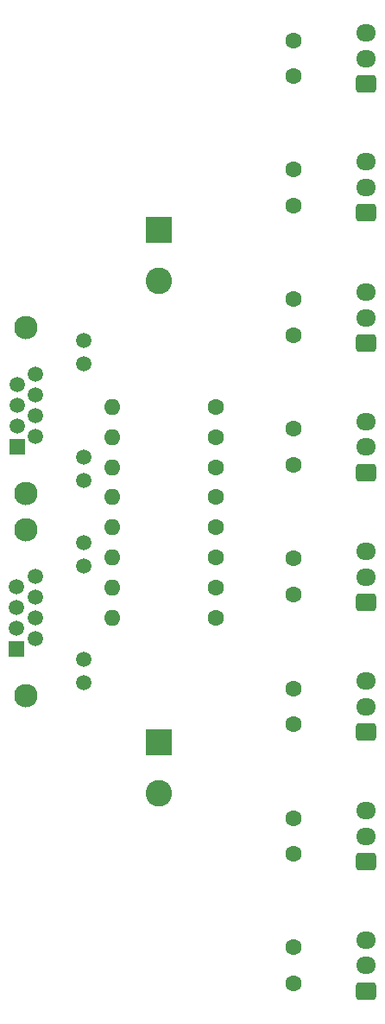
<source format=gbr>
%TF.GenerationSoftware,KiCad,Pcbnew,7.0.2*%
%TF.CreationDate,2023-05-20T11:27:23+02:00*%
%TF.ProjectId,octostrip,6f63746f-7374-4726-9970-2e6b69636164,rev?*%
%TF.SameCoordinates,Original*%
%TF.FileFunction,Copper,L2,Bot*%
%TF.FilePolarity,Positive*%
%FSLAX46Y46*%
G04 Gerber Fmt 4.6, Leading zero omitted, Abs format (unit mm)*
G04 Created by KiCad (PCBNEW 7.0.2) date 2023-05-20 11:27:23*
%MOMM*%
%LPD*%
G01*
G04 APERTURE LIST*
G04 Aperture macros list*
%AMRoundRect*
0 Rectangle with rounded corners*
0 $1 Rounding radius*
0 $2 $3 $4 $5 $6 $7 $8 $9 X,Y pos of 4 corners*
0 Add a 4 corners polygon primitive as box body*
4,1,4,$2,$3,$4,$5,$6,$7,$8,$9,$2,$3,0*
0 Add four circle primitives for the rounded corners*
1,1,$1+$1,$2,$3*
1,1,$1+$1,$4,$5*
1,1,$1+$1,$6,$7*
1,1,$1+$1,$8,$9*
0 Add four rect primitives between the rounded corners*
20,1,$1+$1,$2,$3,$4,$5,0*
20,1,$1+$1,$4,$5,$6,$7,0*
20,1,$1+$1,$6,$7,$8,$9,0*
20,1,$1+$1,$8,$9,$2,$3,0*%
G04 Aperture macros list end*
%TA.AperFunction,ComponentPad*%
%ADD10R,2.600000X2.600000*%
%TD*%
%TA.AperFunction,ComponentPad*%
%ADD11C,2.600000*%
%TD*%
%TA.AperFunction,ComponentPad*%
%ADD12R,1.500000X1.500000*%
%TD*%
%TA.AperFunction,ComponentPad*%
%ADD13C,1.500000*%
%TD*%
%TA.AperFunction,ComponentPad*%
%ADD14C,2.300000*%
%TD*%
%TA.AperFunction,ComponentPad*%
%ADD15C,1.600000*%
%TD*%
%TA.AperFunction,ComponentPad*%
%ADD16O,1.600000X1.600000*%
%TD*%
%TA.AperFunction,ComponentPad*%
%ADD17RoundRect,0.250000X0.725000X-0.600000X0.725000X0.600000X-0.725000X0.600000X-0.725000X-0.600000X0*%
%TD*%
%TA.AperFunction,ComponentPad*%
%ADD18O,1.950000X1.700000*%
%TD*%
G04 APERTURE END LIST*
D10*
%TO.P,Power1,1,Pin_1*%
%TO.N,GND*%
X77208000Y-73954000D03*
D11*
%TO.P,Power1,2,Pin_2*%
%TO.N,unconnected-(Power1-Pin_2-Pad2)*%
X77208000Y-78954000D03*
%TD*%
D12*
%TO.P,RJ2,1*%
%TO.N,GND*%
X63248000Y-115060000D03*
D13*
%TO.P,RJ2,2*%
%TO.N,Net-(R8-Pad2)*%
X65028000Y-114044000D03*
%TO.P,RJ2,3*%
%TO.N,GND*%
X63248000Y-113028000D03*
%TO.P,RJ2,4*%
%TO.N,Net-(R7-Pad2)*%
X65028000Y-112012000D03*
%TO.P,RJ2,5*%
%TO.N,GND*%
X63248000Y-110996000D03*
%TO.P,RJ2,6*%
%TO.N,Net-(R6-Pad2)*%
X65028000Y-109980000D03*
%TO.P,RJ2,7*%
%TO.N,GND*%
X63248000Y-108964000D03*
%TO.P,RJ2,8*%
%TO.N,Net-(R5-Pad2)*%
X65028000Y-107948000D03*
%TO.P,RJ2,9*%
%TO.N,N/C*%
X69848000Y-118360000D03*
%TO.P,RJ2,10*%
X69848000Y-116070000D03*
%TO.P,RJ2,11*%
X69848000Y-106930000D03*
%TO.P,RJ2,12*%
X69848000Y-104640000D03*
D14*
%TO.P,RJ2,SH*%
X64138000Y-119630000D03*
X64138000Y-103370000D03*
%TD*%
D10*
%TO.P,Power2,1,Pin_1*%
%TO.N,GND*%
X77216000Y-124206000D03*
D11*
%TO.P,Power2,2,Pin_2*%
%TO.N,unconnected-(Power2-Pin_2-Pad2)*%
X77216000Y-129206000D03*
%TD*%
D15*
%TO.P,C8,1*%
%TO.N,Net-(STRIP1-Pin_3)*%
X90424000Y-144272000D03*
%TO.P,C8,2*%
%TO.N,GND*%
X90424000Y-147772000D03*
%TD*%
%TO.P,C6,1*%
%TO.N,Net-(STRIP1-Pin_3)*%
X90424000Y-118900000D03*
%TO.P,C6,2*%
%TO.N,GND*%
X90424000Y-122400000D03*
%TD*%
%TO.P,R5,1*%
%TO.N,Net-(STRIP5-Pin_2)*%
X82804000Y-103124000D03*
D16*
%TO.P,R5,2*%
%TO.N,Net-(R5-Pad2)*%
X72644000Y-103124000D03*
%TD*%
D15*
%TO.P,R6,1*%
%TO.N,Net-(STRIP6-Pin_2)*%
X82804000Y-106074000D03*
D16*
%TO.P,R6,2*%
%TO.N,Net-(R6-Pad2)*%
X72644000Y-106074000D03*
%TD*%
D17*
%TO.P,STRIP6,1,Pin_1*%
%TO.N,GND*%
X97536000Y-123190000D03*
D18*
%TO.P,STRIP6,2,Pin_2*%
%TO.N,Net-(STRIP6-Pin_2)*%
X97536000Y-120690000D03*
%TO.P,STRIP6,3,Pin_3*%
%TO.N,Net-(STRIP1-Pin_3)*%
X97536000Y-118190000D03*
%TD*%
D15*
%TO.P,R2,1*%
%TO.N,Net-(STRIP2-Pin_2)*%
X82804000Y-94274000D03*
D16*
%TO.P,R2,2*%
%TO.N,Net-(R2-Pad2)*%
X72644000Y-94274000D03*
%TD*%
D15*
%TO.P,R4,1*%
%TO.N,Net-(STRIP4-Pin_2)*%
X82804000Y-100174000D03*
D16*
%TO.P,R4,2*%
%TO.N,Net-(R4-Pad2)*%
X72644000Y-100174000D03*
%TD*%
D15*
%TO.P,C7,1*%
%TO.N,Net-(STRIP1-Pin_3)*%
X90424000Y-131600000D03*
%TO.P,C7,2*%
%TO.N,GND*%
X90424000Y-135100000D03*
%TD*%
%TO.P,C2,1*%
%TO.N,Net-(STRIP1-Pin_3)*%
X90424000Y-68072000D03*
%TO.P,C2,2*%
%TO.N,GND*%
X90424000Y-71572000D03*
%TD*%
%TO.P,C1,1*%
%TO.N,Net-(STRIP1-Pin_3)*%
X90424000Y-55400000D03*
%TO.P,C1,2*%
%TO.N,GND*%
X90424000Y-58900000D03*
%TD*%
D17*
%TO.P,STRIP4,1,Pin_1*%
%TO.N,GND*%
X97536000Y-97750000D03*
D18*
%TO.P,STRIP4,2,Pin_2*%
%TO.N,Net-(STRIP4-Pin_2)*%
X97536000Y-95250000D03*
%TO.P,STRIP4,3,Pin_3*%
%TO.N,Net-(STRIP1-Pin_3)*%
X97536000Y-92750000D03*
%TD*%
D15*
%TO.P,R1,1*%
%TO.N,Net-(STRIP1-Pin_2)*%
X82804000Y-91324000D03*
D16*
%TO.P,R1,2*%
%TO.N,Net-(R1-Pad2)*%
X72644000Y-91324000D03*
%TD*%
D15*
%TO.P,R7,1*%
%TO.N,Net-(STRIP7-Pin_2)*%
X82804000Y-109024000D03*
D16*
%TO.P,R7,2*%
%TO.N,Net-(R7-Pad2)*%
X72644000Y-109024000D03*
%TD*%
D17*
%TO.P,STRIP5,1,Pin_1*%
%TO.N,GND*%
X97536000Y-110490000D03*
D18*
%TO.P,STRIP5,2,Pin_2*%
%TO.N,Net-(STRIP5-Pin_2)*%
X97536000Y-107990000D03*
%TO.P,STRIP5,3,Pin_3*%
%TO.N,Net-(STRIP1-Pin_3)*%
X97536000Y-105490000D03*
%TD*%
D17*
%TO.P,STRIP2,1,Pin_1*%
%TO.N,GND*%
X97536000Y-72310000D03*
D18*
%TO.P,STRIP2,2,Pin_2*%
%TO.N,Net-(STRIP2-Pin_2)*%
X97536000Y-69810000D03*
%TO.P,STRIP2,3,Pin_3*%
%TO.N,Net-(STRIP1-Pin_3)*%
X97536000Y-67310000D03*
%TD*%
D15*
%TO.P,R8,1*%
%TO.N,Net-(STRIP8-Pin_2)*%
X82804000Y-111974000D03*
D16*
%TO.P,R8,2*%
%TO.N,Net-(R8-Pad2)*%
X72644000Y-111974000D03*
%TD*%
D15*
%TO.P,C3,1*%
%TO.N,Net-(STRIP1-Pin_3)*%
X90424000Y-80772000D03*
%TO.P,C3,2*%
%TO.N,GND*%
X90424000Y-84272000D03*
%TD*%
%TO.P,C4,1*%
%TO.N,Net-(STRIP1-Pin_3)*%
X90424000Y-93472000D03*
%TO.P,C4,2*%
%TO.N,GND*%
X90424000Y-96972000D03*
%TD*%
D17*
%TO.P,STRIP3,1,Pin_1*%
%TO.N,GND*%
X97536000Y-85090000D03*
D18*
%TO.P,STRIP3,2,Pin_2*%
%TO.N,Net-(STRIP3-Pin_2)*%
X97536000Y-82590000D03*
%TO.P,STRIP3,3,Pin_3*%
%TO.N,Net-(STRIP1-Pin_3)*%
X97536000Y-80090000D03*
%TD*%
D15*
%TO.P,R3,1*%
%TO.N,Net-(STRIP3-Pin_2)*%
X82804000Y-97224000D03*
D16*
%TO.P,R3,2*%
%TO.N,Net-(R3-Pad2)*%
X72644000Y-97224000D03*
%TD*%
D12*
%TO.P,RJ1,1*%
%TO.N,GND*%
X63250000Y-95252000D03*
D13*
%TO.P,RJ1,2*%
%TO.N,Net-(R4-Pad2)*%
X65030000Y-94236000D03*
%TO.P,RJ1,3*%
%TO.N,GND*%
X63250000Y-93220000D03*
%TO.P,RJ1,4*%
%TO.N,Net-(R3-Pad2)*%
X65030000Y-92204000D03*
%TO.P,RJ1,5*%
%TO.N,GND*%
X63250000Y-91188000D03*
%TO.P,RJ1,6*%
%TO.N,Net-(R2-Pad2)*%
X65030000Y-90172000D03*
%TO.P,RJ1,7*%
%TO.N,GND*%
X63250000Y-89156000D03*
%TO.P,RJ1,8*%
%TO.N,Net-(R1-Pad2)*%
X65030000Y-88140000D03*
%TO.P,RJ1,9*%
%TO.N,N/C*%
X69850000Y-98552000D03*
%TO.P,RJ1,10*%
X69850000Y-96262000D03*
%TO.P,RJ1,11*%
X69850000Y-87122000D03*
%TO.P,RJ1,12*%
X69850000Y-84832000D03*
D14*
%TO.P,RJ1,SH*%
X64140000Y-99822000D03*
X64140000Y-83562000D03*
%TD*%
D15*
%TO.P,C5,1*%
%TO.N,Net-(STRIP1-Pin_3)*%
X90424000Y-106172000D03*
%TO.P,C5,2*%
%TO.N,GND*%
X90424000Y-109672000D03*
%TD*%
D17*
%TO.P,STRIP8,1,Pin_1*%
%TO.N,GND*%
X97536000Y-148550000D03*
D18*
%TO.P,STRIP8,2,Pin_2*%
%TO.N,Net-(STRIP8-Pin_2)*%
X97536000Y-146050000D03*
%TO.P,STRIP8,3,Pin_3*%
%TO.N,Net-(STRIP1-Pin_3)*%
X97536000Y-143550000D03*
%TD*%
D17*
%TO.P,STRIP7,1,Pin_1*%
%TO.N,GND*%
X97536000Y-135890000D03*
D18*
%TO.P,STRIP7,2,Pin_2*%
%TO.N,Net-(STRIP7-Pin_2)*%
X97536000Y-133390000D03*
%TO.P,STRIP7,3,Pin_3*%
%TO.N,Net-(STRIP1-Pin_3)*%
X97536000Y-130890000D03*
%TD*%
D17*
%TO.P,STRIP1,1,Pin_1*%
%TO.N,GND*%
X97536000Y-59690000D03*
D18*
%TO.P,STRIP1,2,Pin_2*%
%TO.N,Net-(STRIP1-Pin_2)*%
X97536000Y-57190000D03*
%TO.P,STRIP1,3,Pin_3*%
%TO.N,Net-(STRIP1-Pin_3)*%
X97536000Y-54690000D03*
%TD*%
M02*

</source>
